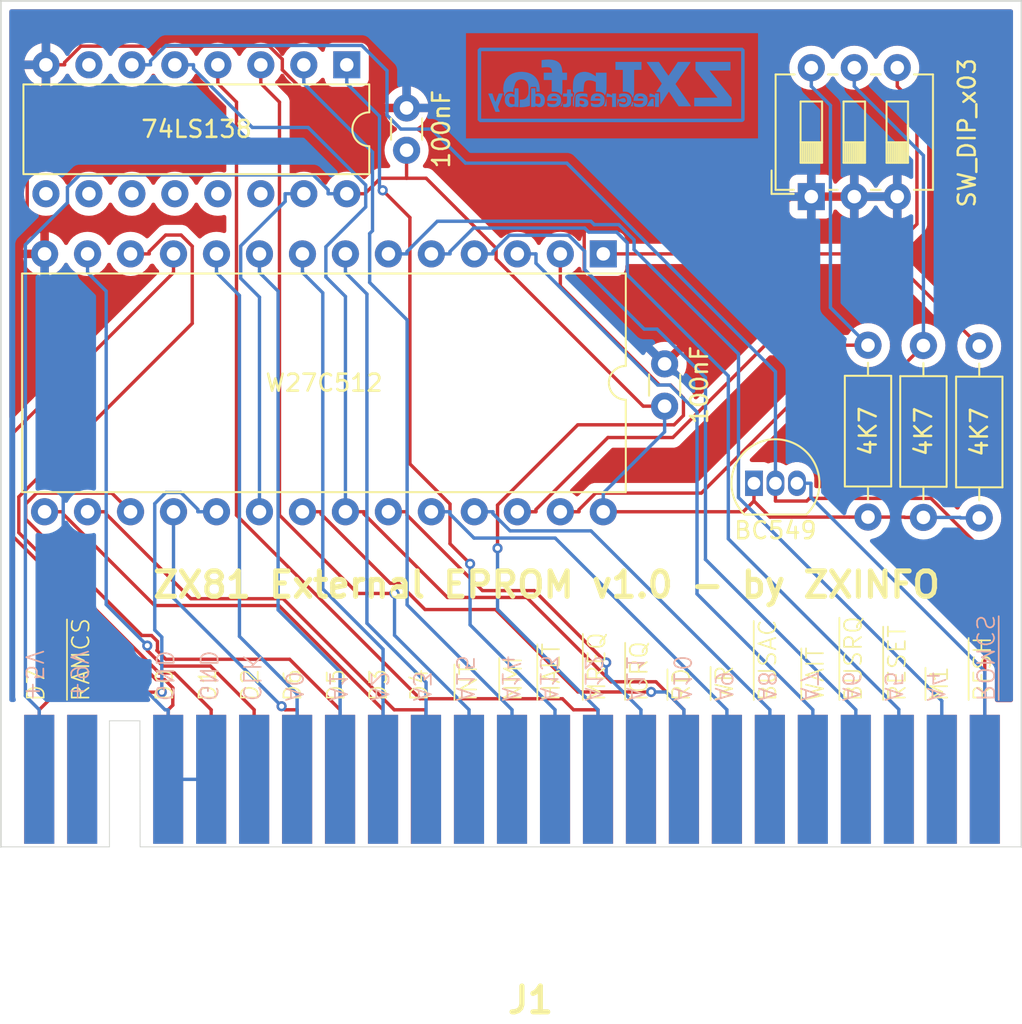
<source format=kicad_pcb>
(kicad_pcb (version 20240108) (generator "pcbnew") (generator_version "8.0")
  (layers (0 "F.Cu" signal) (31 "B.Cu" signal) (34 "B.Paste" user) (35 "F.Paste" user) (36 "B.SilkS" user "B.Silkscreen") (37 "F.SilkS" user "F.Silkscreen") (38 "B.Mask" user) (39 "F.Mask" user) (44 "Edge.Cuts" user))
  (net 0 "")
  (net 21 "GND")
  (net 22 "+5V")
  (net 23 "A0")
  (net 24 "A10")
  (net 25 "A5")
  (net 26 "Net-(J1-~{ROMCS})")
  (net 27 "D2")
  (net 28 "A3")
  (net 29 "A11")
  (net 30 "A12")
  (net 31 "A6")
  (net 32 "D0")
  (net 33 "A1")
  (net 34 "A4")
  (net 35 "Net-(J1-~{MREQ})")
  (net 36 "A15")
  (net 37 "A7")
  (net 38 "A8")
  (net 39 "A13")
  (net 40 "A2")
  (net 41 "Net-(J1-~{RFSH})")
  (net 42 "D7")
  (net 43 "A14")
  (net 44 "A9")
  (net 45 "D6")
  (net 46 "D3")
  (net 47 "D4")
  (net 48 "D1")
  (net 49 "Net-(J1-~{RD})")
  (net 50 "D5")
  (net 51 "Net-(U1-A15)")
  (net 52 "Net-(U1-A13)")
  (net 53 "Net-(U1-A14)")
  (net 54 "Net-(U1-~{CE})")
  (footprint "Resistor_THT:R_Axial_DIN0207_L6.3mm_D2.5mm_P10.16mm_Horizontal" (layer "F.Cu") (at 98.67 58.02 -90)
    (property "Reference" "R1" (hide yes))
    (property "Value" "4K7")
  )
  (footprint "ZXINFO_FOOTPRINT:EDGE ZX81 BOTTOM" (layer "F.Cu") (at 78.9246 83.68)
    (property "Reference" "J1")
    (property "Value" "Connector ZX81" (hide yes))
  )
  (footprint "Button_Switch_THT:SW_DIP_SPSTx03_Slide_6.7x9.18mm_W7.62mm_P2.54mm_LowProfile" (layer "F.Cu") (at 95.32 49.24 90)
    (property "Reference" "SW1" (hide yes))
    (property "Value" "SW_DIP_x03")
  )
  (footprint "Resistor_THT:R_Axial_DIN0207_L6.3mm_D2.5mm_P10.16mm_Horizontal" (layer "F.Cu") (at 101.945 58.04 -90)
    (property "Reference" "R2" (hide yes))
    (property "Value" "4K7")
  )
  (footprint "Capacitor_THT:C_Disc_D3.0mm_W1.6mm_P2.50mm" (layer "F.Cu") (at 71.4 46.5 90)
    (property "Reference" "C2" (hide yes))
    (property "Value" "100nF")
  )
  (footprint "Package_DIP:DIP-16_W7.62mm" (layer "F.Cu") (at 67.865 41.45 -90)
    (property "Reference" "U2" (hide yes))
    (property "Value" "74LS138")
  )
  (footprint "Package_DIP:DIP-28_W15.24mm" (layer "F.Cu") (at 83.025 52.625 -90)
    (property "Reference" "U1" (hide yes))
    (property "Value" "W27C512")
  )
  (footprint "Package_TO_SOT_THT:TO-92_Inline" (layer "F.Cu") (at 91.93 66.18)
    (property "Reference" "Q1" (hide yes))
    (property "Value" "BC549")
  )
  (footprint "Capacitor_THT:C_Disc_D3.0mm_W1.6mm_P2.50mm" (layer "F.Cu") (at 86.65 61.625 90)
    (property "Reference" "C1" (hide yes))
    (property "Value" "100nF")
  )
  (footprint "Resistor_THT:R_Axial_DIN0207_L6.3mm_D2.5mm_P10.16mm_Horizontal" (layer "F.Cu") (at 105.245 58.07 -90)
    (property "Reference" "R3" (hide yes))
    (property "Value" "4K7")
  )
  (footprint "ZXINFO_FOOTPRINT:ZXInfo_kicad_logo_copper_16.5x5" (layer "B.Cu") (at 83.471884 42.638103 180)
    (property "Reference" "G200" (hide yes))
    (property "Value" "LOGO" (hide yes))
  )
  (gr_line (start 55.65 87.67) (end 107.74 87.67) (stroke (width 0.05)) (layer "Edge.Cuts"))
  (gr_line (start 47.42 87.67) (end 53.84 87.67) (stroke (width 0.05)) (layer "Edge.Cuts"))
  (gr_line (start 107.74 37.67) (end 107.74 87.67) (stroke (width 0.1)) (layer "Edge.Cuts"))
  (gr_line (start 53.84 87.67) (end 53.84 80.22) (stroke (width 0.05)) (layer "Edge.Cuts"))
  (gr_line (start 55.64 80.22) (end 55.65 87.67) (stroke (width 0.05)) (layer "Edge.Cuts"))
  (gr_line (start 47.42 37.67) (end 107.74 37.67) (stroke (width 0.1)) (layer "Edge.Cuts"))
  (gr_line (start 53.84 80.22) (end 55.64 80.22) (stroke (width 0.05)) (layer "Edge.Cuts"))
  (gr_line (start 47.42 87.67) (end 47.42 37.67) (stroke (width 0.1)) (layer "Edge.Cuts"))
  (gr_text "ZX81 External EPROM v1.0 - by ZXINFO" (at 56.26 73.06 0) (layer "F.SilkS") (effects (font (size 1.5 1.5) (thickness 0.3) (bold yes)) (justify left bottom)))
  (segment (start 66.3078 44) (end 71.4 44) (width 0.2) (layer "F.Cu") (net 21))
  (segment (start 51.1867 41.3122) (end 52.1506 40.3483) (width 0.2) (layer "F.Cu") (net 21))
  (segment (start 95.32 49.24) (end 94.2183 49.24) (width 0.2) (layer "F.Cu") (net 21))
  (segment (start 81.8981 49.4451) (end 76.453 44) (width 0.2) (layer "F.Cu") (net 21))
  (segment (start 64.055 41.1226) (end 64.055 41.7472) (width 0.2) (layer "F.Cu") (net 21))
  (segment (start 94.0132 49.4451) (end 94.2183 49.24) (width 0.2) (layer "F.Cu") (net 21))
  (segment (start 86.65 59.125) (end 81.8981 54.3731) (width 0.2) (layer "F.Cu") (net 21))
  (segment (start 81.8981 54.3731) (end 81.8981 49.4451) (width 0.2) (layer "F.Cu") (net 21))
  (segment (start 51.1867 41.45) (end 51.1867 41.3122) (width 0.2) (layer "F.Cu") (net 21))
  (segment (start 97.86 49.24) (end 95.32 49.24) (width 0.2) (layer "F.Cu") (net 21))
  (segment (start 50.005 52.625) (end 50.005 51.5233) (width 0.2) (layer "F.Cu") (net 21))
  (segment (start 81.8981 49.4451) (end 94.0132 49.4451) (width 0.2) (layer "F.Cu") (net 21))
  (segment (start 63.2807 40.3483) (end 64.055 41.1226) (width 0.2) (layer "F.Cu") (net 21))
  (segment (start 48.9794 50.4977) (end 48.9794 43.6573) (width 0.2) (layer "F.Cu") (net 21))
  (segment (start 50.085 41.45) (end 50.085 42.5517) (width 0.2) (layer "F.Cu") (net 21))
  (segment (start 50.085 41.45) (end 51.1867 41.45) (width 0.2) (layer "F.Cu") (net 21))
  (segment (start 100.4 49.24) (end 97.86 49.24) (width 0.2) (layer "F.Cu") (net 21))
  (segment (start 50.005 51.5233) (end 48.9794 50.4977) (width 0.2) (layer "F.Cu") (net 21))
  (segment (start 52.1506 40.3483) (end 63.2807 40.3483) (width 0.2) (layer "F.Cu") (net 21))
  (segment (start 76.453 44) (end 71.4 44) (width 0.2) (layer "F.Cu") (net 21))
  (segment (start 48.9794 43.6573) (end 50.085 42.5517) (width 0.2) (layer "F.Cu") (net 21))
  (segment (start 64.055 41.7472) (end 66.3078 44) (width 0.2) (layer "F.Cu") (net 21))
  (segment (start 57.31 83.68) (end 57.31 79.5683) (width 0.2) (layer "B.Cu") (net 21))
  (segment (start 50.005 53.7267) (end 51.1067 54.8284) (width 0.2) (layer "B.Cu") (net 21))
  (segment (start 51.1067 73.5549) (end 57.1201 79.5683) (width 0.2) (layer "B.Cu") (net 21))
  (segment (start 57.1201 79.5683) (end 57.31 79.5683) (width 0.2) (layer "B.Cu") (net 21))
  (segment (start 59.85 83.68) (end 57.31 83.68) (width 0.2) (layer "B.Cu") (net 21))
  (segment (start 51.1067 54.8284) (end 51.1067 73.5549) (width 0.2) (layer "B.Cu") (net 21))
  (segment (start 50.005 52.625) (end 50.005 53.7267) (width 0.2) (layer "B.Cu") (net 21))
  (segment (start 85.3832 61.625) (end 76.6906 52.9324) (width 0.2) (layer "F.Cu") (net 22))
  (segment (start 68.9667 49.038) (end 68.9667 49.07) (width 0.2) (layer "F.Cu") (net 22))
  (segment (start 83.025 67.865) (end 91.2967 67.865) (width 0.2) (layer "F.Cu") (net 22))
  (segment (start 71.4 48.1544) (end 69.8503 48.1544) (width 0.2) (layer "F.Cu") (net 22))
  (segment (start 98.1192 68.18) (end 97.5683 68.18) (width 0.2) (layer "F.Cu") (net 22))
  (segment (start 69.8503 48.1544) (end 68.9667 49.038) (width 0.2) (layer "F.Cu") (net 22))
  (segment (start 98.1192 68.18) (end 98.67 68.18) (width 0.2) (layer "F.Cu") (net 22))
  (segment (start 100.8233 68.18) (end 100.8433 68.2) (width 0.2) (layer "F.Cu") (net 22))
  (segment (start 72.5549 48.1544) (end 71.4 48.1544) (width 0.2) (layer "F.Cu") (net 22))
  (segment (start 76.6906 52.2901) (end 72.5549 48.1544) (width 0.2) (layer "F.Cu") (net 22))
  (segment (start 101.945 68.2) (end 100.8433 68.2) (width 0.2) (layer "F.Cu") (net 22))
  (segment (start 91.93 66.18) (end 91.93 67.2317) (width 0.2) (layer "F.Cu") (net 22))
  (segment (start 91.93 67.2317) (end 92.8783 68.18) (width 0.2) (layer "F.Cu") (net 22))
  (segment (start 91.2967 67.865) (end 91.93 67.2317) (width 0.2) (layer "F.Cu") (net 22))
  (segment (start 86.65 61.625) (end 85.3832 61.625) (width 0.2) (layer "F.Cu") (net 22))
  (segment (start 98.67 68.18) (end 100.8233 68.18) (width 0.2) (layer "F.Cu") (net 22))
  (segment (start 67.865 49.07) (end 68.9667 49.07) (width 0.2) (layer "F.Cu") (net 22))
  (segment (start 92.8783 68.18) (end 97.5683 68.18) (width 0.2) (layer "F.Cu") (net 22))
  (segment (start 71.4 48.1544) (end 71.4 46.5) (width 0.2) (layer "F.Cu") (net 22))
  (segment (start 76.6906 52.9324) (end 76.6906 52.2901) (width 0.2) (layer "F.Cu") (net 22))
  (segment (start 51.355 48.683) (end 52.0833 47.9547) (width 0.2) (layer "B.Cu") (net 22))
  (segment (start 104.1133 68.2) (end 104.1433 68.23) (width 0.2) (layer "B.Cu") (net 22))
  (segment (start 48.8695 52.0855) (end 51.355 49.6) (width 0.2) (layer "B.Cu") (net 22))
  (segment (start 66.7633 48.8417) (end 66.7633 49.07) (width 0.2) (layer "B.Cu") (net 22))
  (segment (start 49.69 79.5683) (end 48.8695 78.7478) (width 0.2) (layer "B.Cu") (net 22))
  (segment (start 48.8695 78.7478) (end 48.8695 52.0855) (width 0.2) (layer "B.Cu") (net 22))
  (segment (start 51.355 49.6) (end 51.355 48.683) (width 0.2) (layer "B.Cu") (net 22))
  (segment (start 86.65 63.1383) (end 86.65 61.625) (width 0.2) (layer "B.Cu") (net 22))
  (segment (start 52.0833 47.9547) (end 65.8763 47.9547) (width 0.2) (layer "B.Cu") (net 22))
  (segment (start 83.025 66.7633) (end 86.65 63.1383) (width 0.2) (layer "B.Cu") (net 22))
  (segment (start 105.245 68.23) (end 104.1433 68.23) (width 0.2) (layer "B.Cu") (net 22))
  (segment (start 65.8763 47.9547) (end 66.7633 48.8417) (width 0.2) (layer "B.Cu") (net 22))
  (segment (start 83.025 67.865) (end 83.025 66.7633) (width 0.2) (layer "B.Cu") (net 22))
  (segment (start 49.69 83.68) (end 49.69 79.5683) (width 0.2) (layer "B.Cu") (net 22))
  (segment (start 67.865 49.07) (end 66.7633 49.07) (width 0.2) (layer "B.Cu") (net 22))
  (segment (start 101.945 68.2) (end 104.1133 68.2) (width 0.2) (layer "B.Cu") (net 22))
  (segment (start 64.93 79.5683) (end 64.93 78.6396) (width 0.2) (layer "B.Cu") (net 23))
  (segment (start 60.165 52.625) (end 60.165 53.7267) (width 0.2) (layer "B.Cu") (net 23))
  (segment (start 64.93 83.68) (end 64.93 79.5683) (width 0.2) (layer "B.Cu") (net 23))
  (segment (start 61.5217 55.0834) (end 60.165 53.7267) (width 0.2) (layer "B.Cu") (net 23))
  (segment (start 61.5217 75.2313) (end 61.5217 55.0834) (width 0.2) (layer "B.Cu") (net 23))
  (segment (start 64.93 78.6396) (end 61.5217 75.2313) (width 0.2) (layer "B.Cu") (net 23))
  (segment (start 70.9371 72.0914) (end 70.4354 72.0914) (width 0.2) (layer "F.Cu") (net 24))
  (segment (start 81.527 78.5154) (end 76.6559 73.6443) (width 0.2) (layer "F.Cu") (net 24))
  (segment (start 72.49 73.6443) (end 70.9371 72.0914) (width 0.2) (layer "F.Cu") (net 24))
  (segment (start 70.4354 72.0914) (end 66.3467 68.0027) (width 0.2) (layer "F.Cu") (net 24))
  (segment (start 65.245 67.865) (end 66.3467 67.865) (width 0.2) (layer "F.Cu") (net 24))
  (segment (start 85.8546 78.5154) (end 81.527 78.5154) (width 0.2) (layer "F.Cu") (net 24))
  (segment (start 76.6559 73.6443) (end 72.49 73.6443) (width 0.2) (layer "F.Cu") (net 24))
  (segment (start 66.3467 68.0027) (end 66.3467 67.865) (width 0.2) (layer "F.Cu") (net 24))
  (via (at 85.8546 78.5154) (size 0.6) (drill 0.3) (layers "F.Cu" "B.Cu") (net 24))
  (segment (start 86.7371 78.5154) (end 87.79 79.5683) (width 0.2) (layer "B.Cu") (net 24))
  (segment (start 85.8546 78.5154) (end 86.7371 78.5154) (width 0.2) (layer "B.Cu") (net 24))
  (segment (start 87.79 83.68) (end 87.79 79.5683) (width 0.2) (layer "B.Cu") (net 24))
  (segment (start 90.4138 59.8368) (end 90.4138 69.4646) (width 0.2) (layer "B.Cu") (net 25))
  (segment (start 81.925 51.0971) (end 82.1665 51.3386) (width 0.2) (layer "B.Cu") (net 25))
  (segment (start 84.4437 51.9693) (end 84.4437 53.8667) (width 0.2) (layer "B.Cu") (net 25))
  (segment (start 72.865 52.625) (end 73.9667 52.625) (width 0.2) (layer "B.Cu") (net 25))
  (segment (start 75.3568 51.0971) (end 81.925 51.0971) (width 0.2) (layer "B.Cu") (net 25))
  (segment (start 73.9667 52.625) (end 73.9667 52.4872) (width 0.2) (layer "B.Cu") (net 25))
  (segment (start 84.4437 53.8667) (end 90.4138 59.8368) (width 0.2) (layer "B.Cu") (net 25))
  (segment (start 100.49 79.5408) (end 100.49 83.68) (width 0.2) (layer "B.Cu") (net 25))
  (segment (start 90.4138 69.4646) (end 100.49 79.5408) (width 0.2) (layer "B.Cu") (net 25))
  (segment (start 82.1665 51.3386) (end 83.813 51.3386) (width 0.2) (layer "B.Cu") (net 25))
  (segment (start 73.9667 52.4872) (end 75.3568 51.0971) (width 0.2) (layer "B.Cu") (net 25))
  (segment (start 83.813 51.3386) (end 84.4437 51.9693) (width 0.2) (layer "B.Cu") (net 25))
  (segment (start 95.2967 66.18) (end 95.2967 67.0067) (width 0.2) (layer "B.Cu") (net 26))
  (segment (start 95.2967 67.0067) (end 105.57 77.28) (width 0.2) (layer "B.Cu") (net 26))
  (segment (start 94.47 66.18) (end 95.2967 66.18) (width 0.2) (layer "B.Cu") (net 26))
  (segment (start 105.57 77.28) (end 105.57 83.68) (width 0.2) (layer "B.Cu") (net 26))
  (segment (start 56.0744 76.0585) (end 56.0744 75.7779) (width 0.2) (layer "F.Cu") (net 27))
  (segment (start 57.0003 76.9844) (end 56.0744 76.0585) (width 0.2) (layer "F.Cu") (net 27))
  (segment (start 62.39 83.68) (end 62.39 79.5683) (width 0.2) (layer "F.Cu") (net 27))
  (segment (start 59.8061 76.9844) (end 57.0003 76.9844) (width 0.2) (layer "F.Cu") (net 27))
  (segment (start 62.39 79.5683) (end 59.8061 76.9844) (width 0.2) (layer "F.Cu") (net 27))
  (via (at 56.0744 75.7779) (size 0.6) (drill 0.3) (layers "F.Cu" "B.Cu") (net 27))
  (segment (start 53.6467 73.3502) (end 56.0744 75.7779) (width 0.2) (layer "B.Cu") (net 27))
  (segment (start 53.6467 54.8284) (end 53.6467 73.3502) (width 0.2) (layer "B.Cu") (net 27))
  (segment (start 52.545 53.7267) (end 53.6467 54.8284) (width 0.2) (layer "B.Cu") (net 27))
  (segment (start 52.545 52.625) (end 52.545 53.7267) (width 0.2) (layer "B.Cu") (net 27))
  (segment (start 69.055 74.4506) (end 72.55 77.9456) (width 0.2) (layer "B.Cu") (net 28))
  (segment (start 67.785 53.7267) (end 69.055 54.9967) (width 0.2) (layer "B.Cu") (net 28))
  (segment (start 67.785 52.625) (end 67.785 53.7267) (width 0.2) (layer "B.Cu") (net 28))
  (segment (start 69.055 54.9967) (end 69.055 74.4506) (width 0.2) (layer "B.Cu") (net 28))
  (segment (start 72.55 77.9456) (end 72.55 83.68) (width 0.2) (layer "B.Cu") (net 28))
  (segment (start 71.4267 67.865) (end 71.4267 68.067) (width 0.2) (layer "F.Cu") (net 29))
  (segment (start 78.9491 72.5266) (end 83.1979 76.7754) (width 0.2) (layer "F.Cu") (net 29))
  (segment (start 71.4267 68.067) (end 75.8863 72.5266) (width 0.2) (layer "F.Cu") (net 29))
  (segment (start 70.325 67.865) (end 71.4267 67.865) (width 0.2) (layer "F.Cu") (net 29))
  (segment (start 75.8863 72.5266) (end 78.9491 72.5266) (width 0.2) (layer "F.Cu") (net 29))
  (via (at 83.1979 76.7754) (size 0.6) (drill 0.3) (layers "F.Cu" "B.Cu") (net 29))
  (segment (start 85.25 79.5683) (end 83.1979 77.5162) (width 0.2) (layer "B.Cu") (net 29))
  (segment (start 83.1979 77.5162) (end 83.1979 76.7754) (width 0.2) (layer "B.Cu") (net 29))
  (segment (start 85.25 83.68) (end 85.25 79.5683) (width 0.2) (layer "B.Cu") (net 29))
  (segment (start 76.7748 67.4702) (end 76.7748 70.0221) (width 0.2) (layer "F.Cu") (net 30))
  (segment (start 87.7634 62.1744) (end 87.2111 62.7267) (width 0.2) (layer "F.Cu") (net 30))
  (segment (start 80.485 52.625) (end 80.485 54.518) (width 0.2) (layer "F.Cu") (net 30))
  (segment (start 81.5183 62.7267) (end 76.7748 67.4702) (width 0.2) (layer "F.Cu") (net 30))
  (segment (start 86.9927 60.375) (end 87.7634 61.1457) (width 0.2) (layer "F.Cu") (net 30))
  (segment (start 86.342 60.375) (end 86.9927 60.375) (width 0.2) (layer "F.Cu") (net 30))
  (segment (start 87.7634 61.1457) (end 87.7634 62.1744) (width 0.2) (layer "F.Cu") (net 30))
  (segment (start 87.2111 62.7267) (end 81.5183 62.7267) (width 0.2) (layer "F.Cu") (net 30))
  (segment (start 80.485 54.518) (end 86.342 60.375) (width 0.2) (layer "F.Cu") (net 30))
  (via (at 76.7748 70.0221) (size 0.6) (drill 0.3) (layers "F.Cu" "B.Cu") (net 30))
  (segment (start 82.71 83.68) (end 82.71 79.5683) (width 0.2) (layer "B.Cu") (net 30))
  (segment (start 76.7748 73.6331) (end 76.7748 70.0221) (width 0.2) (layer "B.Cu") (net 30))
  (segment (start 82.71 79.5683) (end 76.7748 73.6331) (width 0.2) (layer "B.Cu") (net 30))
  (segment (start 81.9233 53.55) (end 85.4438 57.0705) (width 0.2) (layer "B.Cu") (net 31))
  (segment (start 76.5067 52.625) (end 76.5067 52.4872) (width 0.2) (layer "B.Cu") (net 31))
  (segment (start 86.2037 57.0705) (end 89.065 59.9318) (width 0.2) (layer "B.Cu") (net 31))
  (segment (start 85.4438 57.0705) (end 86.2037 57.0705) (width 0.2) (layer "B.Cu") (net 31))
  (segment (start 75.405 52.625) (end 76.5067 52.625) (width 0.2) (layer "B.Cu") (net 31))
  (segment (start 77.4706 51.5233) (end 80.9807 51.5233) (width 0.2) (layer "B.Cu") (net 31))
  (segment (start 76.5067 52.4872) (end 77.4706 51.5233) (width 0.2) (layer "B.Cu") (net 31))
  (segment (start 80.9807 51.5233) (end 81.9233 52.4659) (width 0.2) (layer "B.Cu") (net 31))
  (segment (start 89.0651 70.6834) (end 97.95 79.5683) (width 0.2) (layer "B.Cu") (net 31))
  (segment (start 97.95 83.68) (end 97.95 79.5683) (width 0.2) (layer "B.Cu") (net 31))
  (segment (start 81.9233 52.4659) (end 81.9233 53.55) (width 0.2) (layer "B.Cu") (net 31))
  (segment (start 89.065 70.6834) (end 89.0651 70.6834) (width 0.2) (layer "B.Cu") (net 31))
  (segment (start 89.065 59.9318) (end 89.065 70.6834) (width 0.2) (layer "B.Cu") (net 31))
  (segment (start 48.0802 69.266) (end 56.602 77.7878) (width 0.2) (layer "F.Cu") (net 32))
  (segment (start 57.625 53.7267) (end 48.0802 63.2715) (width 0.2) (layer "F.Cu") (net 32))
  (segment (start 57.31 83.68) (end 57.31 79.5683) (width 0.2) (layer "F.Cu") (net 32))
  (segment (start 57.5822 79.2961) (end 57.31 79.5683) (width 0.2) (layer "F.Cu") (net 32))
  (segment (start 48.0802 63.2715) (end 48.0802 69.266) (width 0.2) (layer "F.Cu") (net 32))
  (segment (start 57.0992 77.7878) (end 57.5822 78.2708) (width 0.2) (layer "F.Cu") (net 32))
  (segment (start 57.5822 78.2708) (end 57.5822 79.2961) (width 0.2) (layer "F.Cu") (net 32))
  (segment (start 56.602 77.7878) (end 57.0992 77.7878) (width 0.2) (layer "F.Cu") (net 32))
  (segment (start 57.625 52.625) (end 57.625 53.7267) (width 0.2) (layer "F.Cu") (net 32))
  (segment (start 62.705 52.625) (end 62.705 53.7267) (width 0.2) (layer "B.Cu") (net 33))
  (segment (start 62.705 53.7267) (end 63.8067 54.8284) (width 0.2) (layer "B.Cu") (net 33))
  (segment (start 67.47 77.3268) (end 67.47 83.68) (width 0.2) (layer "B.Cu") (net 33))
  (segment (start 63.8067 54.8284) (end 63.8067 73.6635) (width 0.2) (layer "B.Cu") (net 33))
  (segment (start 63.8067 73.6635) (end 67.47 77.3268) (width 0.2) (layer "B.Cu") (net 33))
  (segment (start 91.0154 58.541) (end 84.8454 52.371) (width 0.2) (layer "B.Cu") (net 34))
  (segment (start 83.938 50.8956) (end 82.4917 50.8956) (width 0.2) (layer "B.Cu") (net 34))
  (segment (start 84.8454 51.803) (end 83.938 50.8956) (width 0.2) (layer "B.Cu") (net 34))
  (segment (start 73.2186 50.6954) (end 71.4267 52.4873) (width 0.2) (layer "B.Cu") (net 34))
  (segment (start 82.2915 50.6954) (end 73.2186 50.6954) (width 0.2) (layer "B.Cu") (net 34))
  (segment (start 71.4267 52.4873) (end 71.4267 52.625) (width 0.2) (layer "B.Cu") (net 34))
  (segment (start 103.03 83.68) (end 103.03 79.0384) (width 0.2) (layer "B.Cu") (net 34))
  (segment (start 103.03 79.0384) (end 91.0154 67.0238) (width 0.2) (layer "B.Cu") (net 34))
  (segment (start 84.8454 52.371) (end 84.8454 51.803) (width 0.2) (layer "B.Cu") (net 34))
  (segment (start 70.325 52.625) (end 71.4267 52.625) (width 0.2) (layer "B.Cu") (net 34))
  (segment (start 91.0154 67.0238) (end 91.0154 58.541) (width 0.2) (layer "B.Cu") (net 34))
  (segment (start 82.4917 50.8956) (end 82.2915 50.6954) (width 0.2) (layer "B.Cu") (net 34))
  (segment (start 61.3467 68.0692) (end 72.1931 78.9156) (width 0.2) (layer "F.Cu") (net 35))
  (segment (start 80.6125 78.9156) (end 81.2652 79.5683) (width 0.2) (layer "F.Cu") (net 35))
  (segment (start 72.1931 78.9156) (end 80.6125 78.9156) (width 0.2) (layer "F.Cu") (net 35))
  (segment (start 82.71 83.68) (end 82.71 79.5683) (width 0.2) (layer "F.Cu") (net 35))
  (segment (start 61.3467 43.6534) (end 61.3467 68.0692) (width 0.2) (layer "F.Cu") (net 35))
  (segment (start 81.2652 79.5683) (end 82.71 79.5683) (width 0.2) (layer "F.Cu") (net 35))
  (segment (start 60.245 41.45) (end 60.245 42.5517) (width 0.2) (layer "F.Cu") (net 35))
  (segment (start 60.245 42.5517) (end 61.3467 43.6534) (width 0.2) (layer "F.Cu") (net 35))
  (segment (start 63.8867 68.0674) (end 68.5124 72.6931) (width 0.2) (layer "F.Cu") (net 36))
  (segment (start 62.785 42.5517) (end 63.8867 43.6534) (width 0.2) (layer "F.Cu") (net 36))
  (segment (start 62.785 41.45) (end 62.785 42.5517) (width 0.2) (layer "F.Cu") (net 36))
  (segment (start 68.5124 72.6931) (end 70.6879 72.6931) (width 0.2) (layer "F.Cu") (net 36))
  (segment (start 63.8867 43.6534) (end 63.8867 68.0674) (width 0.2) (layer "F.Cu") (net 36))
  (via (at 70.6879 72.6931) (size 0.6) (drill 0.3) (layers "F.Cu" "B.Cu") (net 36))
  (segment (start 70.6879 72.6931) (end 70.6879 75.1662) (width 0.2) (layer "B.Cu") (net 36))
  (segment (start 75.09 83.68) (end 75.09 79.5683) (width 0.2) (layer "B.Cu") (net 36))
  (segment (start 70.6879 75.1662) (end 75.09 79.5683) (width 0.2) (layer "B.Cu") (net 36))
  (segment (start 79.0467 52.625) (end 79.0467 53.1758) (width 0.2) (layer "B.Cu") (net 37))
  (segment (start 79.0467 53.1758) (end 86.2459 60.375) (width 0.2) (layer "B.Cu") (net 37))
  (segment (start 86.2459 60.375) (end 86.9676 60.375) (width 0.2) (layer "B.Cu") (net 37))
  (segment (start 88.5643 61.9717) (end 88.5643 72.7226) (width 0.2) (layer "B.Cu") (net 37))
  (segment (start 88.5643 72.7226) (end 95.41 79.5683) (width 0.2) (layer "B.Cu") (net 37))
  (segment (start 86.9676 60.375) (end 88.5643 61.9717) (width 0.2) (layer "B.Cu") (net 37))
  (segment (start 95.41 83.68) (end 95.41 79.5683) (width 0.2) (layer "B.Cu") (net 37))
  (segment (start 77.945 52.625) (end 79.0467 52.625) (width 0.2) (layer "B.Cu") (net 37))
  (segment (start 82.2965 68.9948) (end 77.5157 68.9948) (width 0.2) (layer "B.Cu") (net 38))
  (segment (start 76.5067 67.9858) (end 76.5067 67.865) (width 0.2) (layer "B.Cu") (net 38))
  (segment (start 92.87 83.68) (end 92.87 79.5683) (width 0.2) (layer "B.Cu") (net 38))
  (segment (start 77.5157 68.9948) (end 76.5067 67.9858) (width 0.2) (layer "B.Cu") (net 38))
  (segment (start 92.87 79.5683) (end 82.2965 68.9948) (width 0.2) (layer "B.Cu") (net 38))
  (segment (start 75.405 67.865) (end 76.5067 67.865) (width 0.2) (layer "B.Cu") (net 38))
  (segment (start 73.9667 69.7562) (end 75.153 70.9425) (width 0.2) (layer "F.Cu") (net 39))
  (segment (start 73.9667 67.4086) (end 73.9667 69.7562) (width 0.2) (layer "F.Cu") (net 39))
  (segment (start 71.595 50.4765) (end 71.595 65.0369) (width 0.2) (layer "F.Cu") (net 39))
  (segment (start 69.987 48.8685) (end 71.595 50.4765) (width 0.2) (layer "F.Cu") (net 39))
  (segment (start 71.595 65.0369) (end 73.9667 67.4086) (width 0.2) (layer "F.Cu") (net 39))
  (via (at 69.987 48.8685) (size 0.6) (drill 0.3) (layers "F.Cu" "B.Cu") (net 39))
  (via (at 75.153 70.9425) (size 0.6) (drill 0.3) (layers "F.Cu" "B.Cu") (net 39))
  (segment (start 69.7967 44.4834) (end 69.7967 48.6782) (width 0.2) (layer "B.Cu") (net 39))
  (segment (start 80.17 83.68) (end 80.17 79.5683) (width 0.2) (layer "B.Cu") (net 39))
  (segment (start 75.153 70.9425) (end 75.153 74.5513) (width 0.2) (layer "B.Cu") (net 39))
  (segment (start 69.7967 48.6782) (end 69.987 48.8685) (width 0.2) (layer "B.Cu") (net 39))
  (segment (start 67.865 42.5517) (end 69.7967 44.4834) (width 0.2) (layer "B.Cu") (net 39))
  (segment (start 75.153 74.5513) (end 80.17 79.5683) (width 0.2) (layer "B.Cu") (net 39))
  (segment (start 67.865 41.45) (end 67.865 42.5517) (width 0.2) (layer "B.Cu") (net 39))
  (segment (start 66.4469 54.9286) (end 66.4469 72.4271) (width 0.2) (layer "B.Cu") (net 40))
  (segment (start 66.4469 72.4271) (end 70.01 75.9902) (width 0.2) (layer "B.Cu") (net 40))
  (segment (start 65.245 53.7267) (end 66.4469 54.9286) (width 0.2) (layer "B.Cu") (net 40))
  (segment (start 65.245 52.625) (end 65.245 53.7267) (width 0.2) (layer "B.Cu") (net 40))
  (segment (start 70.01 75.9902) (end 70.01 83.68) (width 0.2) (layer "B.Cu") (net 40))
  (segment (start 102.3916 67.075) (end 105.57 70.2534) (width 0.2) (layer "F.Cu") (net 41))
  (segment (start 105.57 70.2534) (end 105.57 83.68) (width 0.2) (layer "F.Cu") (net 41))
  (segment (start 95.2099 67.075) (end 102.3916 67.075) (width 0.2) (layer "F.Cu") (net 41))
  (segment (start 93.2 67.2317) (end 95.0532 67.2317) (width 0.2) (layer "F.Cu") (net 41))
  (segment (start 93.2 66.18) (end 93.2 67.2317) (width 0.2) (layer "F.Cu") (net 41))
  (segment (start 95.0532 67.2317) (end 95.2099 67.075) (width 0.2) (layer "F.Cu") (net 41))
  (segment (start 70.2422 41.799) (end 68.7487 40.3055) (width 0.2) (layer "B.Cu") (net 41))
  (segment (start 93.2 59.5896) (end 80.8716 47.2612) (width 0.2) (layer "B.Cu") (net 41))
  (segment (start 68.7487 40.3055) (end 57.1829 40.3055) (width 0.2) (layer "B.Cu") (net 41))
  (segment (start 80.8716 47.2612) (end 74.8842 47.2612) (width 0.2) (layer "B.Cu") (net 41))
  (segment (start 71.063 45.25) (end 70.2422 44.4292) (width 0.2) (layer "B.Cu") (net 41))
  (segment (start 70.2422 44.4292) (end 70.2422 41.799) (width 0.2) (layer "B.Cu") (net 41))
  (segment (start 72.873 45.25) (end 71.063 45.25) (width 0.2) (layer "B.Cu") (net 41))
  (segment (start 56.2667 41.2217) (end 56.2667 41.45) (width 0.2) (layer "B.Cu") (net 41))
  (segment (start 93.2 66.18) (end 93.2 59.5896) (width 0.2) (layer "B.Cu") (net 41))
  (segment (start 74.8842 47.2612) (end 72.873 45.25) (width 0.2) (layer "B.Cu") (net 41))
  (segment (start 57.1829 40.3055) (end 56.2667 41.2217) (width 0.2) (layer "B.Cu") (net 41))
  (segment (start 55.165 41.45) (end 56.2667 41.45) (width 0.2) (layer "B.Cu") (net 41))
  (segment (start 49.69 79.5683) (end 50.7292 78.5291) (width 0.2) (layer "F.Cu") (net 42))
  (segment (start 49.69 83.68) (end 49.69 79.5683) (width 0.2) (layer "F.Cu") (net 42))
  (segment (start 50.7292 78.5291) (end 56.9317 78.5291) (width 0.2) (layer "F.Cu") (net 42))
  (via (at 56.9317 78.5291) (size 0.6) (drill 0.3) (layers "F.Cu" "B.Cu") (net 42))
  (segment (start 58.0641 66.7281) (end 57.1719 66.7281) (width 0.2) (layer "B.Cu") (net 42))
  (segment (start 56.9317 75.2695) (end 56.9317 78.5291) (width 0.2) (layer "B.Cu") (net 42))
  (segment (start 59.0633 67.865) (end 59.0633 67.7273) (width 0.2) (layer "B.Cu") (net 42))
  (segment (start 57.1719 66.7281) (end 56.5163 67.3837) (width 0.2) (layer "B.Cu") (net 42))
  (segment (start 59.0633 67.7273) (end 58.0641 66.7281) (width 0.2) (layer "B.Cu") (net 42))
  (segment (start 56.5163 74.8541) (end 56.9317 75.2695) (width 0.2) (layer "B.Cu") (net 42))
  (segment (start 56.5163 67.3837) (end 56.5163 74.8541) (width 0.2) (layer "B.Cu") (net 42))
  (segment (start 60.165 67.865) (end 59.0633 67.865) (width 0.2) (layer "B.Cu") (net 42))
  (segment (start 65.325 42.5517) (end 69.3853 46.612) (width 0.2) (layer "B.Cu") (net 43))
  (segment (start 65.325 41.45) (end 65.325 42.5517) (width 0.2) (layer "B.Cu") (net 43))
  (segment (start 69.2178 51.4231) (end 69.2178 54.3167) (width 0.2) (layer "B.Cu") (net 43))
  (segment (start 69.2178 54.3167) (end 71.4312 56.5301) (width 0.2) (layer "B.Cu") (net 43))
  (segment (start 69.3853 51.2556) (end 69.2178 51.4231) (width 0.2) (layer "B.Cu") (net 43))
  (segment (start 69.3853 46.612) (end 69.3853 51.2556) (width 0.2) (layer "B.Cu") (net 43))
  (segment (start 77.63 83.68) (end 77.63 79.5683) (width 0.2) (layer "B.Cu") (net 43))
  (segment (start 71.4312 56.5301) (end 71.4312 73.3695) (width 0.2) (layer "B.Cu") (net 43))
  (segment (start 71.4312 73.3695) (end 77.63 79.5683) (width 0.2) (layer "B.Cu") (net 43))
  (segment (start 90.33 83.68) (end 90.33 79.5683) (width 0.2) (layer "B.Cu") (net 44))
  (segment (start 73.9667 67.865) (end 73.9667 68.0027) (width 0.2) (layer "B.Cu") (net 44))
  (segment (start 75.384 69.42) (end 80.1817 69.42) (width 0.2) (layer "B.Cu") (net 44))
  (segment (start 80.1817 69.42) (end 90.33 79.5683) (width 0.2) (layer "B.Cu") (net 44))
  (segment (start 73.9667 68.0027) (end 75.384 69.42) (width 0.2) (layer "B.Cu") (net 44))
  (segment (start 72.865 67.865) (end 73.9667 67.865) (width 0.2) (layer "B.Cu") (net 44))
  (segment (start 64.0124 79.3595) (end 64.2212 79.5683) (width 0.2) (layer "F.Cu") (net 45))
  (segment (start 64.2212 79.5683) (end 64.93 79.5683) (width 0.2) (layer "F.Cu") (net 45))
  (segment (start 64.93 83.68) (end 64.93 79.5683) (width 0.2) (layer "F.Cu") (net 45))
  (via (at 64.0124 79.3595) (size 0.6) (drill 0.3) (layers "F.Cu" "B.Cu") (net 45))
  (segment (start 57.625 72.9721) (end 57.625 67.865) (width 0.2) (layer "B.Cu") (net 45))
  (segment (start 64.0124 79.3595) (end 57.625 72.9721) (width 0.2) (layer "B.Cu") (net 45))
  (segment (start 63.8482 73.4065) (end 70.01 79.5683) (width 0.2) (layer "F.Cu") (net 46))
  (segment (start 51.1067 68.0027) (end 56.5105 73.4065) (width 0.2) (layer "F.Cu") (net 46))
  (segment (start 50.005 67.865) (end 51.1067 67.865) (width 0.2) (layer "F.Cu") (net 46))
  (segment (start 70.01 83.68) (end 70.01 79.5683) (width 0.2) (layer "F.Cu") (net 46))
  (segment (start 56.5105 73.4065) (end 63.8482 73.4065) (width 0.2) (layer "F.Cu") (net 46))
  (segment (start 51.1067 67.865) (end 51.1067 68.0027) (width 0.2) (layer "F.Cu") (net 46))
  (segment (start 52.545 67.865) (end 53.6467 67.865) (width 0.2) (layer "F.Cu") (net 47))
  (segment (start 64.1047 73.0048) (end 58.6488 73.0048) (width 0.2) (layer "F.Cu") (net 47))
  (segment (start 58.6488 73.0048) (end 53.6467 68.0027) (width 0.2) (layer "F.Cu") (net 47))
  (segment (start 72.54 83.68) (end 72.54 79.5683) (width 0.2) (layer "F.Cu") (net 47))
  (segment (start 53.6467 68.0027) (end 53.6467 67.865) (width 0.2) (layer "F.Cu") (net 47))
  (segment (start 70.6682 79.5683) (end 64.1047 73.0048) (width 0.2) (layer "F.Cu") (net 47))
  (segment (start 72.54 79.5683) (end 70.6682 79.5683) (width 0.2) (layer "F.Cu") (net 47))
  (segment (start 56.1867 52.4873) (end 57.1632 51.5108) (width 0.2) (layer "F.Cu") (net 48))
  (segment (start 58.7313 52.1695) (end 58.7313 56.7353) (width 0.2) (layer "F.Cu") (net 48))
  (segment (start 56.1867 52.625) (end 56.1867 52.4873) (width 0.2) (layer "F.Cu") (net 48))
  (segment (start 57.6678 77.3861) (end 59.85 79.5683) (width 0.2) (layer "F.Cu") (net 48))
  (segment (start 57.1632 51.5108) (end 58.0726 51.5108) (width 0.2) (layer "F.Cu") (net 48))
  (segment (start 58.0726 51.5108) (end 58.7313 52.1695) (width 0.2) (layer "F.Cu") (net 48))
  (segment (start 59.85 83.68) (end 59.85 79.5683) (width 0.2) (layer "F.Cu") (net 48))
  (segment (start 48.4819 69.0997) (end 56.7683 77.3861) (width 0.2) (layer "F.Cu") (net 48))
  (segment (start 58.7313 56.7353) (end 48.4819 66.9847) (width 0.2) (layer "F.Cu") (net 48))
  (segment (start 55.085 52.625) (end 56.1867 52.625) (width 0.2) (layer "F.Cu") (net 48))
  (segment (start 48.4819 66.9847) (end 48.4819 69.0997) (width 0.2) (layer "F.Cu") (net 48))
  (segment (start 56.7683 77.3861) (end 57.6678 77.3861) (width 0.2) (layer "F.Cu") (net 48))
  (segment (start 68.8867 68.0027) (end 68.8867 67.865) (width 0.2) (layer "F.Cu") (net 49))
  (segment (start 67.785 67.865) (end 68.8867 67.865) (width 0.2) (layer "F.Cu") (net 49))
  (segment (start 87.79 79.5683) (end 86.1354 77.9137) (width 0.2) (layer "F.Cu") (net 49))
  (segment (start 78.4996 72.9283) (end 73.8123 72.9283) (width 0.2) (layer "F.Cu") (net 49))
  (segment (start 86.1354 77.9137) (end 83.485 77.9137) (width 0.2) (layer "F.Cu") (net 49))
  (segment (start 83.485 77.9137) (end 78.4996 72.9283) (width 0.2) (layer "F.Cu") (net 49))
  (segment (start 87.79 83.68) (end 87.79 79.5683) (width 0.2) (layer "F.Cu") (net 49))
  (segment (start 73.8123 72.9283) (end 68.8867 68.0027) (width 0.2) (layer "F.Cu") (net 49))
  (segment (start 66.6299 53.986) (end 67.785 55.1411) (width 0.2) (layer "B.Cu") (net 49))
  (segment (start 67.785 55.1411) (end 67.785 67.865) (width 0.2) (layer "B.Cu") (net 49))
  (segment (start 57.705 41.45) (end 58.8067 41.45) (width 0.2) (layer "B.Cu") (net 49))
  (segment (start 58.8067 41.6783) (end 62.2813 45.1529) (width 0.2) (layer "B.Cu") (net 49))
  (segment (start 65.5814 45.1529) (end 68.9836 48.5551) (width 0.2) (layer "B.Cu") (net 49))
  (segment (start 58.8067 41.45) (end 58.8067 41.6783) (width 0.2) (layer "B.Cu") (net 49))
  (segment (start 68.9836 48.5551) (end 68.9836 49.8529) (width 0.2) (layer "B.Cu") (net 49))
  (segment (start 62.2813 45.1529) (end 65.5814 45.1529) (width 0.2) (layer "B.Cu") (net 49))
  (segment (start 68.9836 49.8529) (end 66.6299 52.2066) (width 0.2) (layer "B.Cu") (net 49))
  (segment (start 66.6299 52.2066) (end 66.6299 53.986) (width 0.2) (layer "B.Cu") (net 49))
  (segment (start 64.4844 76.5827) (end 57.1666 76.5827) (width 0.2) (layer "F.Cu") (net 50))
  (segment (start 48.8851 68.3033) (end 48.8851 67.4089) (width 0.2) (layer "F.Cu") (net 50))
  (segment (start 56.6761 76.0271) (end 56.6761 75.5287) (width 0.2) (layer "F.Cu") (net 50))
  (segment (start 67.47 83.68) (end 67.47 79.5683) (width 0.2) (layer "F.Cu") (net 50))
  (segment (start 49.5307 66.7633) (end 53.9833 66.7633) (width 0.2) (layer "F.Cu") (net 50))
  (segment (start 56.6436 76.0596) (end 56.6761 76.0271) (width 0.2) (layer "F.Cu") (net 50))
  (segment (start 57.1666 76.5827) (end 56.6436 76.0597) (width 0.2) (layer "F.Cu") (net 50))
  (segment (start 48.8851 67.4089) (end 49.5307 66.7633) (width 0.2) (layer "F.Cu") (net 50))
  (segment (start 56.3236 75.1762) (end 55.758 75.1762) (width 0.2) (layer "F.Cu") (net 50))
  (segment (start 56.6761 75.5287) (end 56.3236 75.1762) (width 0.2) (layer "F.Cu") (net 50))
  (segment (start 67.47 79.5683) (end 64.4844 76.5827) (width 0.2) (layer "F.Cu") (net 50))
  (segment (start 56.6436 76.0597) (end 56.6436 76.0596) (width 0.2) (layer "F.Cu") (net 50))
  (segment (start 53.9833 66.7633) (end 55.085 67.865) (width 0.2) (layer "F.Cu") (net 50))
  (segment (start 55.758 75.1762) (end 48.8851 68.3033) (width 0.2) (layer "F.Cu") (net 50))
  (segment (start 101.5619 50.8631) (end 99.8 52.625) (width 0.2) (layer "F.Cu") (net 51))
  (segment (start 100.4 41.62) (end 100.4 42.7217) (width 0.2) (layer "F.Cu") (net 51))
  (segment (start 101.5619 43.8836) (end 101.5619 50.8631) (width 0.2) (layer "F.Cu") (net 51))
  (segment (start 83.025 52.625) (end 99.8 52.625) (width 0.2) (layer "F.Cu") (net 51))
  (segment (start 100.4 42.7217) (end 101.5619 43.8836) (width 0.2) (layer "F.Cu") (net 51))
  (segment (start 99.8 52.625) (end 105.245 58.07) (width 0.2) (layer "F.Cu") (net 51))
  (segment (start 79.0467 67.7294) (end 83.2971 63.479) (width 0.2) (layer "F.Cu") (net 52))
  (segment (start 77.945 67.865) (end 79.0467 67.865) (width 0.2) (layer "F.Cu") (net 52))
  (segment (start 92.5926 58.02) (end 98.67 58.02) (width 0.2) (layer "F.Cu") (net 52))
  (segment (start 87.1336 63.479) (end 92.5926 58.02) (width 0.2) (layer "F.Cu") (net 52))
  (segment (start 79.0467 67.865) (end 79.0467 67.7294) (width 0.2) (layer "F.Cu") (net 52))
  (segment (start 83.2971 63.479) (end 87.1336 63.479) (width 0.2) (layer "F.Cu") (net 52))
  (segment (start 98.67 58.02) (end 96.4485 55.7985) (width 0.2) (layer "B.Cu") (net 52))
  (segment (start 96.4485 55.7985) (end 96.4485 43.8502) (width 0.2) (layer "B.Cu") (net 52))
  (segment (start 95.32 41.62) (end 95.32 42.7217) (width 0.2) (layer "B.Cu") (net 52))
  (segment (start 96.4485 43.8502) (end 95.32 42.7217) (width 0.2) (layer "B.Cu") (net 52))
  (segment (start 88.8202 66.7633) (end 95.3741 60.2094) (width 0.2) (layer "F.Cu") (net 53))
  (segment (start 81.5867 67.865) (end 81.5867 67.7452) (width 0.2) (layer "F.Cu") (net 53))
  (segment (start 95.3741 60.2094) (end 99.7756 60.2094) (width 0.2) (layer "F.Cu") (net 53))
  (segment (start 81.5867 67.7452) (end 82.5686 66.7633) (width 0.2) (layer "F.Cu") (net 53))
  (segment (start 99.7756 60.2094) (end 101.945 58.04) (width 0.2) (layer "F.Cu") (net 53))
  (segment (start 82.5686 66.7633) (end 88.8202 66.7633) (width 0.2) (layer "F.Cu") (net 53))
  (segment (start 80.485 67.865) (end 81.5867 67.865) (width 0.2) (layer "F.Cu") (net 53))
  (segment (start 97.86 41.62) (end 97.86 42.7217) (width 0.2) (layer "B.Cu") (net 53))
  (segment (start 101.945 58.04) (end 101.945 46.8067) (width 0.2) (layer "B.Cu") (net 53))
  (segment (start 101.945 46.8067) (end 97.86 42.7217) (width 0.2) (layer "B.Cu") (net 53))
  (segment (start 64.2233 49.528) (end 61.5943 52.157) (width 0.2) (layer "B.Cu") (net 54))
  (segment (start 61.5943 52.157) (end 61.5943 54.0715) (width 0.2) (layer "B.Cu") (net 54))
  (segment (start 64.2233 49.07) (end 64.2233 49.528) (width 0.2) (layer "B.Cu") (net 54))
  (segment (start 65.325 49.07) (end 64.2233 49.07) (width 0.2) (layer "B.Cu") (net 54))
  (segment (start 61.5943 54.0715) (end 62.705 55.1822) (width 0.2) (layer "B.Cu") (net 54))
  (segment (start 62.705 55.1822) (end 62.705 67.865) (width 0.2) (layer "B.Cu") (net 54))
  (zone (net 21) (net_name "GND") (layer "F.Cu") (connect_pads (clearance 0.5)) (min_thickness 0.25) (fill yes (thermal_gap 0.5) (thermal_bridge_width 0.5))
    (polygon (pts (xy 107.45 37.97) (xy 47.71 37.97) (xy 47.71 79.11) (xy 107.46 79.12)))
  )
  (zone (net 21) (net_name "GND") (layer "B.Cu") (connect_pads (clearance 0.5)) (min_thickness 0.25) (fill yes (thermal_gap 0.5) (thermal_bridge_width 0.5))
    (polygon (pts (xy 47.71 37.96) (xy 107.45 37.96) (xy 107.45 79.1) (xy 47.7 79.11)))
  )
  (zone (net 0) (net_name "") (layer "B.Cu") (connect_pads (clearance 0)) (min_thickness 0.25)
    (keepout (tracks not_allowed) (vias not_allowed) (pads not_allowed) (copperpour not_allowed) (footprints not_allowed))
    (fill (thermal_gap 0.5) (thermal_bridge_width 0.5))
    (polygon (pts (xy 74.91 39.58) (xy 92.17 39.58) (xy 92.17 45.8) (xy 74.91 45.8)))
  )
)
</source>
